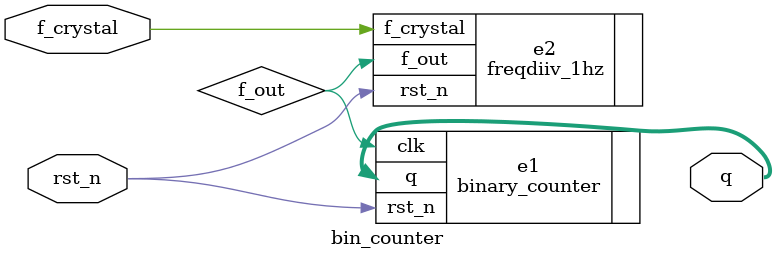
<source format=v>
`timescale 1ns / 1ps


module bin_counter(
 //   output f_out,
    output [3:0] q,
    input f_crystal,
    input rst_n
);

wire f_out; //auxiliar output 

//lab 3_2
freqdiiv_1hz e2(.f_crystal(f_crystal), .f_out(f_out), .rst_n(rst_n));
//prelab1 
binary_counter e1(.q(q), .clk(f_out), .rst_n(rst_n));

endmodule

</source>
